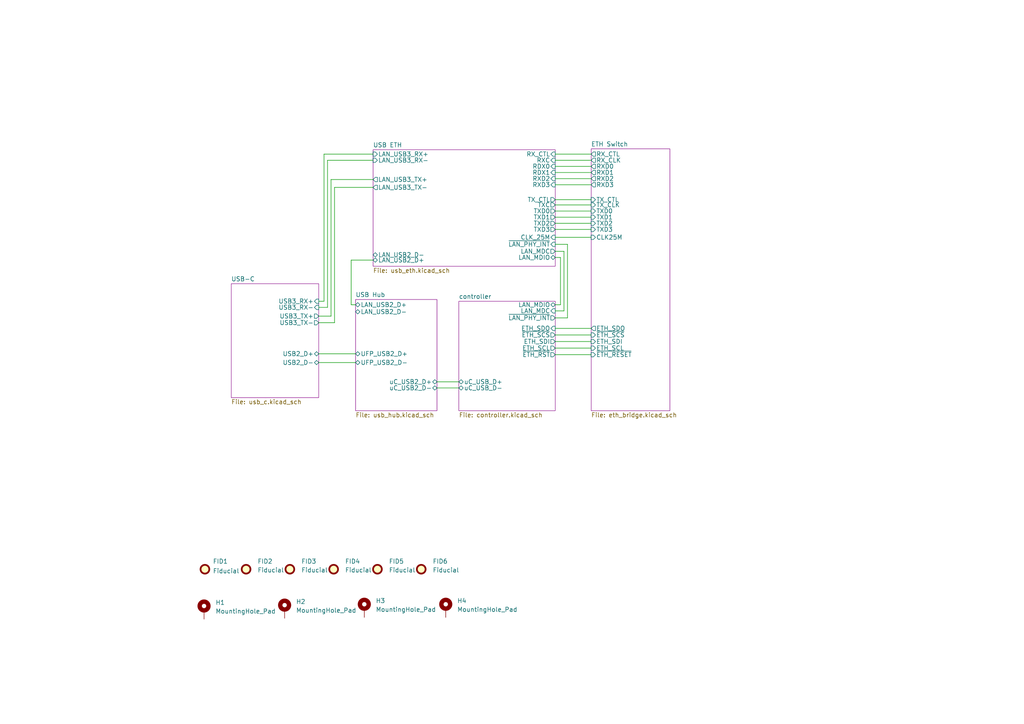
<source format=kicad_sch>
(kicad_sch (version 20201015) (generator eeschema)
  (page 1 6)
  (paper "A4")
  (lib_symbols
    (symbol "Mechanical:Fiducial"
      (property "Reference" "FID" (at 0 5.08 0))
      (property "Value" "Fiducial" (at 0 3.175 0))
      (symbol "Fiducial_0_1"
        (circle (center 0 0) (radius 1.27) (stroke (width 0.508)) (fill (type background)))
      )
    )
    (symbol "Mechanical:MountingHole_Pad" (pin_numbers hide) (pin_names (offset 1.016) hide)
      (property "Reference" "H" (at 0 6.35 0))
      (property "Value" "MountingHole_Pad" (at 0 4.445 0))
      (symbol "MountingHole_Pad_0_1"
        (circle (center 0 1.27) (radius 1.27) (stroke (width 1.27)))
      )
      (symbol "MountingHole_Pad_1_1"
        (pin input line (at 0 -2.54 90) (length 2.54) (name "1") (number "1"))
      )
    )
  )
  (wire (pts (xy 92.456 87.376) (xy 93.98 87.376)))
  (wire (pts (xy 92.456 89.154) (xy 94.996 89.154)))
  (wire (pts (xy 92.456 91.694) (xy 96.012 91.694)))
  (wire (pts (xy 92.456 93.599) (xy 97.028 93.599)))
  (wire (pts (xy 92.456 102.616) (xy 103.124 102.616)))
  (wire (pts (xy 92.456 105.156) (xy 103.124 105.156)))
  (wire (pts (xy 93.98 44.704) (xy 108.204 44.704)))
  (wire (pts (xy 93.98 87.376) (xy 93.98 44.704)))
  (wire (pts (xy 94.996 46.482) (xy 108.204 46.482)))
  (wire (pts (xy 94.996 89.154) (xy 94.996 46.482)))
  (wire (pts (xy 96.012 52.07) (xy 108.204 52.07)))
  (wire (pts (xy 96.012 91.694) (xy 96.012 52.07)))
  (wire (pts (xy 97.028 54.356) (xy 108.204 54.356)))
  (wire (pts (xy 97.028 93.599) (xy 97.028 54.356)))
  (wire (pts (xy 101.854 75.438) (xy 101.854 88.392)))
  (wire (pts (xy 101.854 88.392) (xy 103.124 88.392)))
  (wire (pts (xy 108.204 75.438) (xy 101.854 75.438)))
  (wire (pts (xy 126.746 110.744) (xy 133.096 110.744)))
  (wire (pts (xy 126.746 112.522) (xy 133.096 112.522)))
  (wire (pts (xy 161.036 44.704) (xy 171.45 44.704)))
  (wire (pts (xy 161.036 46.482) (xy 171.45 46.482)))
  (wire (pts (xy 161.036 48.26) (xy 171.45 48.26)))
  (wire (pts (xy 161.036 50.038) (xy 171.45 50.038)))
  (wire (pts (xy 161.036 51.816) (xy 171.45 51.816)))
  (wire (pts (xy 161.036 53.594) (xy 171.45 53.594)))
  (wire (pts (xy 161.036 57.912) (xy 171.45 57.912)))
  (wire (pts (xy 161.036 59.436) (xy 171.45 59.436)))
  (wire (pts (xy 161.036 61.214) (xy 171.45 61.214)))
  (wire (pts (xy 161.036 62.992) (xy 171.45 62.992)))
  (wire (pts (xy 161.036 64.77) (xy 171.45 64.77)))
  (wire (pts (xy 161.036 66.548) (xy 171.45 66.548)))
  (wire (pts (xy 161.036 68.834) (xy 171.45 68.834)))
  (wire (pts (xy 161.036 72.898) (xy 163.576 72.898)))
  (wire (pts (xy 161.036 88.392) (xy 162.56 88.392)))
  (wire (pts (xy 161.036 92.202) (xy 164.592 92.202)))
  (wire (pts (xy 161.036 95.25) (xy 171.45 95.25)))
  (wire (pts (xy 161.036 97.155) (xy 171.45 97.155)))
  (wire (pts (xy 161.036 99.06) (xy 171.45 99.06)))
  (wire (pts (xy 161.036 100.965) (xy 171.45 100.965)))
  (wire (pts (xy 161.036 102.87) (xy 171.45 102.87)))
  (wire (pts (xy 162.56 74.676) (xy 161.036 74.676)))
  (wire (pts (xy 162.56 88.392) (xy 162.56 74.676)))
  (wire (pts (xy 163.576 72.898) (xy 163.576 90.17)))
  (wire (pts (xy 163.576 90.17) (xy 161.036 90.17)))
  (wire (pts (xy 164.592 70.866) (xy 161.036 70.866)))
  (wire (pts (xy 164.592 92.202) (xy 164.592 70.866)))
  (symbol (lib_id "Mechanical:Fiducial") (at 59.436 165.1 0) (unit 1)
    (property "Reference" "FID1" (at 61.722 162.814 0) (effects (justify left)))
    (property "Value" "Fiducial" (at 61.722 165.608 0) (effects (justify left)))
  )
  (symbol (lib_id "Mechanical:Fiducial") (at 71.374 165.1 0) (unit 1)
    (property "Reference" "FID2" (at 74.676 162.814 0) (effects (justify left)))
    (property "Value" "Fiducial" (at 74.676 165.354 0) (effects (justify left)))
  )
  (symbol (lib_id "Mechanical:Fiducial") (at 84.074 165.1 0) (unit 1)
    (property "Reference" "FID3" (at 87.376 162.814 0) (effects (justify left)))
    (property "Value" "Fiducial" (at 87.376 165.354 0) (effects (justify left)))
  )
  (symbol (lib_id "Mechanical:Fiducial") (at 96.774 165.1 0) (unit 1)
    (property "Reference" "FID4" (at 100.076 162.814 0) (effects (justify left)))
    (property "Value" "Fiducial" (at 100.076 165.354 0) (effects (justify left)))
  )
  (symbol (lib_id "Mechanical:Fiducial") (at 109.474 165.1 0) (unit 1)
    (property "Reference" "FID5" (at 112.776 162.814 0) (effects (justify left)))
    (property "Value" "Fiducial" (at 112.776 165.354 0) (effects (justify left)))
  )
  (symbol (lib_id "Mechanical:Fiducial") (at 122.174 165.1 0) (unit 1)
    (property "Reference" "FID6" (at 125.476 162.814 0) (effects (justify left)))
    (property "Value" "Fiducial" (at 125.476 165.354 0) (effects (justify left)))
  )
  (symbol (lib_id "Mechanical:MountingHole_Pad") (at 59.182 177.038 0) (unit 1)
    (property "Reference" "H1" (at 62.484 174.752 0) (effects (justify left)))
    (property "Value" "MountingHole_Pad" (at 62.484 177.292 0) (effects (justify left)))
  )
  (symbol (lib_id "Mechanical:MountingHole_Pad") (at 82.55 176.784 0) (unit 1)
    (property "Reference" "H2" (at 85.852 174.498 0) (effects (justify left)))
    (property "Value" "MountingHole_Pad" (at 85.852 177.038 0) (effects (justify left)))
  )
  (symbol (lib_id "Mechanical:MountingHole_Pad") (at 105.664 176.53 0) (unit 1)
    (property "Reference" "H3" (at 108.966 174.244 0) (effects (justify left)))
    (property "Value" "MountingHole_Pad" (at 108.966 176.784 0) (effects (justify left)))
  )
  (symbol (lib_id "Mechanical:MountingHole_Pad") (at 129.286 176.53 0) (unit 1)
    (property "Reference" "H4" (at 132.588 174.244 0) (effects (justify left)))
    (property "Value" "MountingHole_Pad" (at 132.588 176.784 0) (effects (justify left)))
  )
  (sheet (at 171.45 43.18) (size 22.86 75.946) (stroke (width 0.001) (color 132 0 132 1)) (fill (color 255 255 255 0.0000))
    (property "Sheet name" "ETH Switch" (at 171.45 42.5441 0) (effects (justify left bottom)))
    (property "Sheet file" "eth_bridge.kicad_sch" (at 171.45 119.6349 0) (effects (justify left top)))
    (pin "RXD2" output (at 171.45 51.816 180))
    (pin "RX_CTL" output (at 171.45 44.704 180))
    (pin "RXD3" output (at 171.45 53.594 180))
    (pin "RX_CLK" output (at 171.45 46.482 180))
    (pin "RXD0" output (at 171.45 48.26 180))
    (pin "RXD1" output (at 171.45 50.038 180))
    (pin "TX_CLK" input (at 171.45 59.436 180))
    (pin "TXD0" input (at 171.45 61.214 180))
    (pin "~ETH_RESET" input (at 171.45 102.87 180))
    (pin "TX_CTL" input (at 171.45 57.912 180))
    (pin "TXD1" input (at 171.45 62.992 180))
    (pin "TXD2" input (at 171.45 64.77 180))
    (pin "TXD3" input (at 171.45 66.548 180))
    (pin "ETH_SCL" input (at 171.45 100.965 180))
    (pin "ETH_SDI" input (at 171.45 99.06 180))
    (pin "~ETH_SCS" input (at 171.45 97.155 180))
    (pin "ETH_SDO" output (at 171.45 95.25 180))
    (pin "CLK25M" input (at 171.45 68.834 180))
  )
  (sheet (at 108.204 43.434) (size 52.832 33.782) (stroke (width 0.001) (color 132 0 132 1)) (fill (color 255 255 255 0.0000))
    (property "Sheet name" "USB ETH" (at 108.204 42.7981 0) (effects (justify left bottom)))
    (property "Sheet file" "usb_eth.kicad_sch" (at 108.204 77.7249 0) (effects (justify left top)))
    (pin "RDX1" input (at 161.036 50.038 0))
    (pin "TX_CTL" output (at 161.036 57.912 0))
    (pin "RXD2" input (at 161.036 51.816 0))
    (pin "TXD3" output (at 161.036 66.548 0))
    (pin "TXD2" output (at 161.036 64.77 0))
    (pin "TXD1" output (at 161.036 62.992 0))
    (pin "TXD0" output (at 161.036 61.214 0))
    (pin "TXC" output (at 161.036 59.436 0))
    (pin "RDX0" input (at 161.036 48.26 0))
    (pin "RXC" input (at 161.036 46.482 0))
    (pin "RX_CTL" input (at 161.036 44.704 0))
    (pin "RXD3" input (at 161.036 53.594 0))
    (pin "~LAN_PHY_INT" input (at 161.036 70.866 0))
    (pin "LAN_USB2_D+" bidirectional (at 108.204 75.438 180))
    (pin "LAN_USB2_D-" bidirectional (at 108.204 73.914 180))
    (pin "LAN_USB3_TX-" output (at 108.204 54.356 180))
    (pin "LAN_USB3_TX+" output (at 108.204 52.07 180))
    (pin "CLK_25M" input (at 161.036 68.834 0))
    (pin "LAN_USB3_RX+" input (at 108.204 44.704 180))
    (pin "LAN_USB3_RX-" input (at 108.204 46.482 180))
    (pin "LAN_MDIO" bidirectional (at 161.036 74.676 0))
    (pin "LAN_MDC" output (at 161.036 72.898 0))
  )
  (sheet (at 103.124 86.868) (size 23.622 32.258) (stroke (width 0.001) (color 132 0 132 1)) (fill (color 255 255 255 0.0000))
    (property "Sheet name" "USB Hub" (at 103.124 86.2321 0) (effects (justify left bottom)))
    (property "Sheet file" "usb_hub.kicad_sch" (at 103.124 119.6349 0) (effects (justify left top)))
    (pin "UFP_USB2_D+" bidirectional (at 103.124 102.616 180))
    (pin "UFP_USB2_D-" bidirectional (at 103.124 105.156 180))
    (pin "uC_USB2_D+" bidirectional (at 126.746 110.744 0))
    (pin "uC_USB2_D-" bidirectional (at 126.746 112.522 0))
    (pin "LAN_USB2_D+" bidirectional (at 103.124 88.392 180))
    (pin "LAN_USB2_D-" bidirectional (at 103.124 90.424 180))
  )
  (sheet (at 67.056 82.296) (size 25.4 33.02) (stroke (width 0.001) (color 132 0 132 1)) (fill (color 255 255 255 0.0000))
    (property "Sheet name" "USB-C" (at 67.056 81.6601 0) (effects (justify left bottom)))
    (property "Sheet file" "usb_c.kicad_sch" (at 67.056 115.8249 0) (effects (justify left top)))
    (pin "USB3_RX+" input (at 92.456 87.376 0))
    (pin "USB3_RX-" input (at 92.456 89.154 0))
    (pin "USB2_D+" bidirectional (at 92.456 102.616 0))
    (pin "USB3_TX-" output (at 92.456 93.599 0))
    (pin "USB3_TX+" output (at 92.456 91.694 0))
    (pin "USB2_D-" bidirectional (at 92.456 105.156 0))
  )
  (sheet (at 133.096 87.376) (size 27.94 31.75) (stroke (width 0.001) (color 132 0 132 1)) (fill (color 255 255 255 0.0000))
    (property "Sheet name" "controller" (at 133.096 86.7401 0) (effects (justify left bottom)))
    (property "Sheet file" "controller.kicad_sch" (at 133.096 119.6349 0) (effects (justify left top)))
    (pin "uC_USB_D-" bidirectional (at 133.096 112.522 180))
    (pin "uC_USB_D+" bidirectional (at 133.096 110.744 180))
    (pin "LAN_MDIO" bidirectional (at 161.036 88.392 0))
    (pin "LAN_MDC" input (at 161.036 90.17 0))
    (pin "~LAN_PHY_INT" output (at 161.036 92.202 0))
    (pin "~ETH_RST" output (at 161.036 102.87 0))
    (pin "~ETH_SCS" output (at 161.036 97.155 0))
    (pin "ETH_SDO" input (at 161.036 95.25 0))
    (pin "ETH_SDI" output (at 161.036 99.06 0))
    (pin "ETH_SCL" output (at 161.036 100.965 0))
  )
)
</source>
